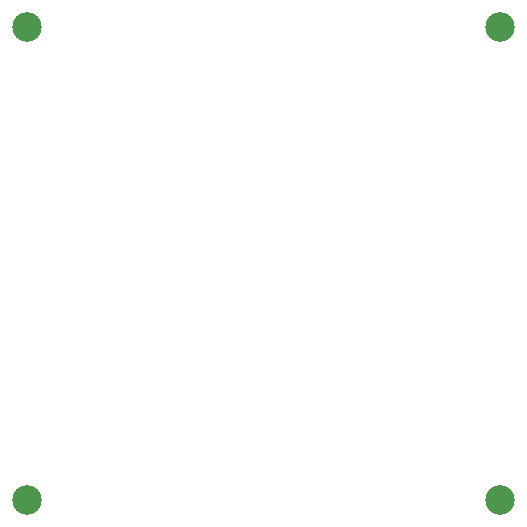
<source format=gbr>
%TF.GenerationSoftware,Altium Limited,Altium Designer,20.1.12 (249)*%
G04 Layer_Color=0*
%FSLAX45Y45*%
%MOMM*%
%TF.SameCoordinates,0418086A-757F-42B6-A3B9-695331E80F4B*%
%TF.FilePolarity,Positive*%
%TF.FileFunction,NonPlated,1,4,NPTH,Drill*%
%TF.Part,Single*%
G01*
G75*
%TA.AperFunction,OtherDrill,Pad Free-1 (50mm,30mm)*%
%ADD124C,2.50000*%
%TA.AperFunction,OtherDrill,Pad Free-1 (10mm,30mm)*%
%ADD125C,2.50000*%
%TA.AperFunction,OtherDrill,Pad Free-1 (50mm,70mm)*%
%ADD126C,2.50000*%
%TA.AperFunction,OtherDrill,Pad Free-1 (10mm,70mm)*%
%ADD127C,2.50000*%
D124*
X5000000Y2999999D02*
D03*
D125*
X999998D02*
D03*
D126*
X5000000Y7000001D02*
D03*
D127*
X999998D02*
D03*
%TF.MD5,04b0a9d1cb5631d8975e832426337549*%
M02*

</source>
